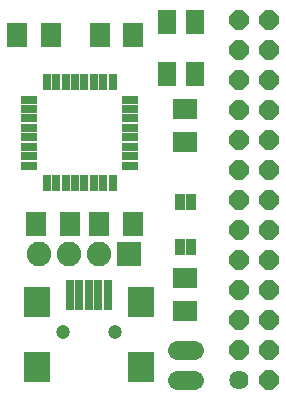
<source format=gts>
G75*
G70*
%OFA0B0*%
%FSLAX24Y24*%
%IPPOS*%
%LPD*%
%AMOC8*
5,1,8,0,0,1.08239X$1,22.5*
%
%ADD10R,0.0580X0.0300*%
%ADD11R,0.0300X0.0580*%
%ADD12R,0.0631X0.0828*%
%ADD13R,0.0789X0.0710*%
%ADD14R,0.0710X0.0789*%
%ADD15R,0.0710X0.0790*%
%ADD16C,0.0640*%
%ADD17OC8,0.0640*%
%ADD18C,0.0640*%
%ADD19R,0.0330X0.0580*%
%ADD20R,0.0820X0.0820*%
%ADD21C,0.0820*%
%ADD22R,0.0867X0.1025*%
%ADD23R,0.0277X0.0989*%
%ADD24C,0.0474*%
D10*
X001590Y007878D03*
X001590Y008193D03*
X001590Y008508D03*
X001590Y008823D03*
X001590Y009137D03*
X001590Y009452D03*
X001590Y009767D03*
X001590Y010082D03*
X004970Y010082D03*
X004970Y009767D03*
X004970Y009452D03*
X004970Y009137D03*
X004970Y008823D03*
X004970Y008508D03*
X004970Y008193D03*
X004970Y007878D03*
D11*
X004382Y007290D03*
X004067Y007290D03*
X003752Y007290D03*
X003437Y007290D03*
X003123Y007290D03*
X002808Y007290D03*
X002493Y007290D03*
X002178Y007290D03*
X002178Y010670D03*
X002493Y010670D03*
X002808Y010670D03*
X003123Y010670D03*
X003437Y010670D03*
X003752Y010670D03*
X004067Y010670D03*
X004382Y010670D03*
D12*
X006183Y010939D03*
X007127Y010939D03*
X007127Y012671D03*
X006183Y012671D03*
D13*
X006805Y009756D03*
X006805Y008654D03*
X006805Y004131D03*
X006805Y003029D03*
D14*
X005056Y012230D03*
X003954Y012230D03*
X002306Y012230D03*
X001204Y012230D03*
D15*
X001820Y005930D03*
X002940Y005930D03*
X003920Y005930D03*
X005040Y005930D03*
D16*
X008580Y000730D03*
D17*
X008580Y001730D03*
X008580Y002730D03*
X008580Y003730D03*
X008580Y004730D03*
X008580Y005730D03*
X008580Y006730D03*
X008580Y007730D03*
X008580Y008730D03*
X008580Y009730D03*
X008580Y010730D03*
X008580Y011730D03*
X008580Y012730D03*
X009580Y012730D03*
X009580Y011730D03*
X009580Y010730D03*
X009580Y009730D03*
X009580Y008730D03*
X009580Y007730D03*
X009580Y006730D03*
X009580Y005730D03*
X009580Y004730D03*
X009580Y003730D03*
X009580Y002730D03*
X009580Y001730D03*
X009580Y000730D03*
D18*
X007085Y000730D02*
X006525Y000730D01*
X006525Y001730D02*
X007085Y001730D01*
D19*
X006982Y005180D03*
X006628Y005180D03*
X006628Y006680D03*
X006982Y006680D03*
D20*
X004930Y004930D03*
D21*
X003930Y004930D03*
X002930Y004930D03*
X001930Y004930D03*
D22*
X001848Y001168D03*
X001848Y003333D03*
X005312Y003333D03*
X005312Y001168D03*
D23*
X004210Y003555D03*
X003895Y003555D03*
X003580Y003555D03*
X003265Y003555D03*
X002950Y003555D03*
D24*
X002714Y002349D03*
X004446Y002349D03*
M02*

</source>
